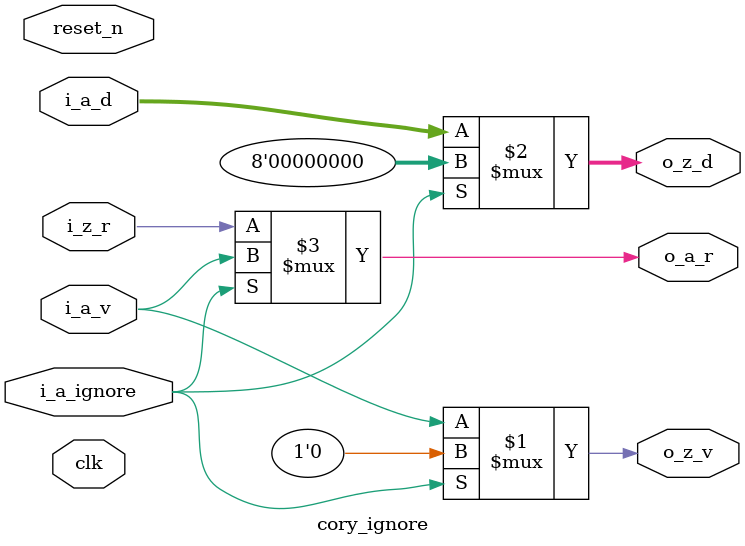
<source format=v>
`ifndef CORY_IGNORE
    `define CORY_IGNORE

module cory_ignore # (
    parameter   N   = 8
) (
    input           clk,

    input           i_a_v,
    input   [N-1:0] i_a_d,
    output          o_a_r,
    input           i_a_ignore,

    output          o_z_v,
    output  [N-1:0] o_z_d,
    input           i_z_r,

    input           reset_n
);

//------------------------------------------------------------------------------
assign  o_z_v   = i_a_ignore ? 1'b0      : i_a_v;
assign  o_z_d   = i_a_ignore ? {N{1'b0}} : i_a_d;
assign  o_a_r   = i_a_ignore ? i_a_v     : i_z_r;

endmodule

`endif                                          // CORY_IGNORE

</source>
